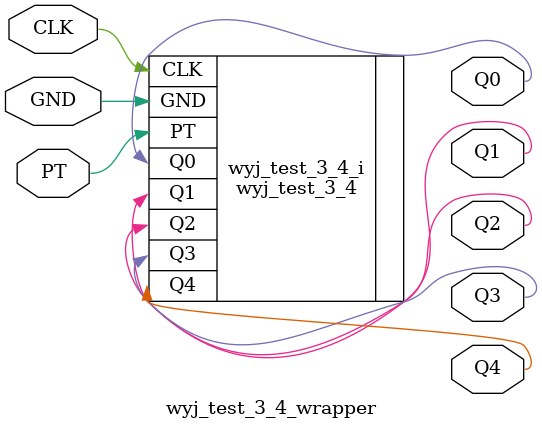
<source format=v>
`timescale 1 ps / 1 ps

module wyj_test_3_4_wrapper
   (CLK,
    GND,
    PT,
    Q0,
    Q1,
    Q2,
    Q3,
    Q4);
  input CLK;
  input GND;
  input PT;
  output Q0;
  output Q1;
  output Q2;
  output Q3;
  output Q4;

  wire CLK;
  wire GND;
  wire PT;
  wire Q0;
  wire Q1;
  wire Q2;
  wire Q3;
  wire Q4;

  wyj_test_3_4 wyj_test_3_4_i
       (.CLK(CLK),
        .GND(GND),
        .PT(PT),
        .Q0(Q0),
        .Q1(Q1),
        .Q2(Q2),
        .Q3(Q3),
        .Q4(Q4));
endmodule

</source>
